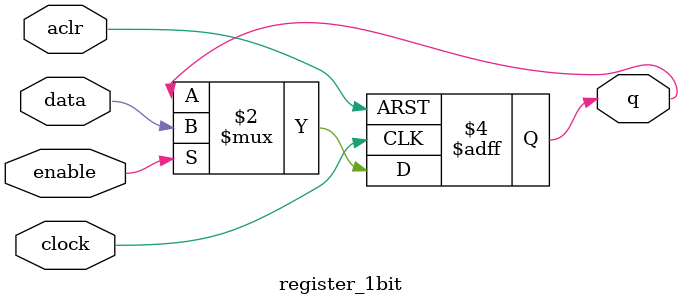
<source format=v>
`timescale 1 ps / 1 ps
module register_1bit (
	aclr,
	clock,
	data,
	enable,
	q);

	input	  aclr;
	input	  clock;
	input	[0:0]  data;
	input	  enable;
	output reg	[0:0]  q;
	
	always @(posedge clock, posedge aclr)
	begin
		if (aclr)
			q <= 1'b1;
		else if (enable)
			q <= data;
	end

endmodule
</source>
